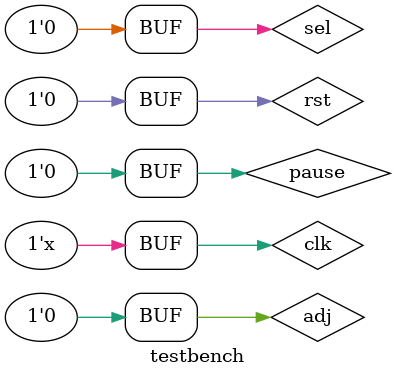
<source format=v>
`timescale 1ns / 1ps


module testbench;

	// Inputs
	reg pause;
	reg adj;
	reg sel;
	reg rst;
	reg clk;

	// Outputs
	wire [27:0] display;
	wire clk_200hz;
	wire clk_5hz;
	wire clk_2hz;
	wire clk_1hz;

	// Instantiate the Unit Under Test (UUT)
	Stopwatch uut (
		.pause(pause), 
		.adj(adj), 
		.sel(sel), 
		.rst(rst), 
		.clk(clk), 
		.display(display),
		.clk_200hz(clk_200hz),
		.clk_5hz(clk_5hz),
		.clk_2hz(clk_2hz),
		.clk_1hz(clk_1hz)
	);

	initial begin
		// Initialize Inputs
		pause = 0;
		adj = 0;
		sel = 0;
		rst = 1;
		clk = 0;

		// Wait 100 ns for global reset to finish
		#100;
      rst = 0;
		#100000000;
		// Add stimulus here

	end
      always #5 clk = ~clk;
endmodule


</source>
